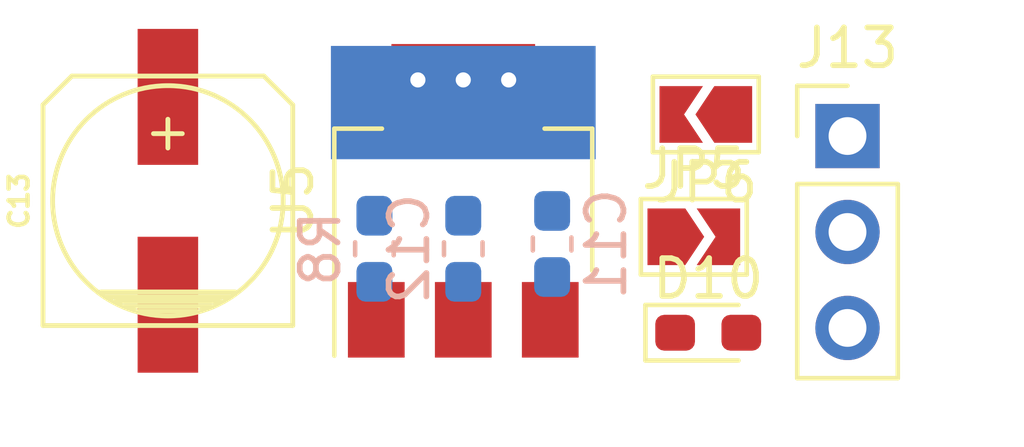
<source format=kicad_pcb>
(kicad_pcb (version 20171130) (host pcbnew 5.1.2-f72e74a~84~ubuntu18.04.1)

  (general
    (thickness 1.6)
    (drawings 0)
    (tracks 0)
    (zones 0)
    (modules 9)
    (nets 6)
  )

  (page A4)
  (layers
    (0 F.Cu signal)
    (31 B.Cu signal)
    (32 B.Adhes user)
    (33 F.Adhes user)
    (34 B.Paste user)
    (35 F.Paste user)
    (36 B.SilkS user)
    (37 F.SilkS user)
    (38 B.Mask user)
    (39 F.Mask user)
    (40 Dwgs.User user)
    (41 Cmts.User user)
    (42 Eco1.User user)
    (43 Eco2.User user)
    (44 Edge.Cuts user)
    (45 Margin user)
    (46 B.CrtYd user)
    (47 F.CrtYd user)
    (48 B.Fab user)
    (49 F.Fab user)
  )

  (setup
    (last_trace_width 0.25)
    (trace_clearance 0.2)
    (zone_clearance 0.508)
    (zone_45_only no)
    (trace_min 0.2)
    (via_size 0.8)
    (via_drill 0.4)
    (via_min_size 0.4)
    (via_min_drill 0.3)
    (uvia_size 0.3)
    (uvia_drill 0.1)
    (uvias_allowed no)
    (uvia_min_size 0.2)
    (uvia_min_drill 0.1)
    (edge_width 0.1)
    (segment_width 0.2)
    (pcb_text_width 0.3)
    (pcb_text_size 1.5 1.5)
    (mod_edge_width 0.15)
    (mod_text_size 1 1)
    (mod_text_width 0.15)
    (pad_size 1.524 1.524)
    (pad_drill 0.762)
    (pad_to_mask_clearance 0)
    (aux_axis_origin 0 0)
    (visible_elements FFFFFF7F)
    (pcbplotparams
      (layerselection 0x010fc_ffffffff)
      (usegerberextensions false)
      (usegerberattributes false)
      (usegerberadvancedattributes false)
      (creategerberjobfile false)
      (excludeedgelayer true)
      (linewidth 0.100000)
      (plotframeref false)
      (viasonmask false)
      (mode 1)
      (useauxorigin false)
      (hpglpennumber 1)
      (hpglpenspeed 20)
      (hpglpendiameter 15.000000)
      (psnegative false)
      (psa4output false)
      (plotreference true)
      (plotvalue true)
      (plotinvisibletext false)
      (padsonsilk false)
      (subtractmaskfromsilk false)
      (outputformat 1)
      (mirror false)
      (drillshape 1)
      (scaleselection 1)
      (outputdirectory ""))
  )

  (net 0 "")
  (net 1 GND)
  (net 2 "Net-(C11-Pad1)")
  (net 3 "Net-(C12-Pad1)")
  (net 4 Vb)
  (net 5 "Net-(D10-Pad1)")

  (net_class Default "This is the default net class."
    (clearance 0.2)
    (trace_width 0.25)
    (via_dia 0.8)
    (via_drill 0.4)
    (uvia_dia 0.3)
    (uvia_drill 0.1)
    (add_net +5V)
    (add_net GND)
    (add_net "Net-(C11-Pad1)")
    (add_net "Net-(C12-Pad1)")
    (add_net "Net-(D10-Pad1)")
    (add_net Vb)
  )

  (module footprint-lib:AMS1117_SOT-223 (layer F.Cu) (tedit 5CD3D584) (tstamp 5CEEA329)
    (at 21.7805 20.955 90)
    (descr "module CMS SOT223 4 pins")
    (tags "CMS SOT")
    (path /5CF53014)
    (attr smd)
    (fp_text reference U5 (at 0 -4.5 90) (layer F.SilkS)
      (effects (font (size 1 1) (thickness 0.15)))
    )
    (fp_text value AMS1117-3.3 (at 0 4.5 90) (layer F.Fab)
      (effects (font (size 1 1) (thickness 0.15)))
    )
    (fp_line (start 1.85 -3.35) (end 1.85 3.35) (layer F.Fab) (width 0.1))
    (fp_line (start -1.85 3.35) (end 1.85 3.35) (layer F.Fab) (width 0.1))
    (fp_line (start -4.1 -3.41) (end 1.91 -3.41) (layer F.SilkS) (width 0.12))
    (fp_line (start -0.85 -3.35) (end 1.85 -3.35) (layer F.Fab) (width 0.1))
    (fp_line (start -1.85 3.41) (end 1.91 3.41) (layer F.SilkS) (width 0.12))
    (fp_line (start -1.85 -2.35) (end -1.85 3.35) (layer F.Fab) (width 0.1))
    (fp_line (start -1.85 -2.35) (end -0.85 -3.35) (layer F.Fab) (width 0.1))
    (fp_line (start -4.4 -3.6) (end -4.4 3.6) (layer F.CrtYd) (width 0.05))
    (fp_line (start -4.4 3.6) (end 4.4 3.6) (layer F.CrtYd) (width 0.05))
    (fp_line (start 4.4 3.6) (end 4.4 -3.6) (layer F.CrtYd) (width 0.05))
    (fp_line (start 4.4 -3.6) (end -4.4 -3.6) (layer F.CrtYd) (width 0.05))
    (fp_line (start 1.91 -3.41) (end 1.91 -2.15) (layer F.SilkS) (width 0.12))
    (fp_line (start 1.91 3.41) (end 1.91 2.15) (layer F.SilkS) (width 0.12))
    (fp_text user %R (at 0 0) (layer F.Fab)
      (effects (font (size 0.8 0.8) (thickness 0.12)))
    )
    (pad 2 thru_hole circle (at 3.2 1.2 90) (size 1 1) (drill 0.4) (layers *.Cu)
      (net 3 "Net-(C12-Pad1)"))
    (pad 2 thru_hole circle (at 3.2 -1.2 90) (size 1 1) (drill 0.4) (layers *.Cu)
      (net 3 "Net-(C12-Pad1)"))
    (pad 4 smd rect (at 2.6 0 90) (size 3 7) (layers B.Cu))
    (pad 2 thru_hole circle (at 3.2 0 90) (size 1 1) (drill 0.4) (layers *.Cu)
      (net 3 "Net-(C12-Pad1)"))
    (pad 1 smd rect (at -3.15 -2.3 90) (size 2 1.5) (layers F.Cu F.Paste F.Mask)
      (net 1 GND))
    (pad 3 smd rect (at -3.15 2.3 90) (size 2 1.5) (layers F.Cu F.Paste F.Mask)
      (net 2 "Net-(C11-Pad1)"))
    (pad 2 smd rect (at -3.15 0 90) (size 2 1.5) (layers F.Cu F.Paste F.Mask)
      (net 3 "Net-(C12-Pad1)"))
    (pad 2 smd rect (at 3.15 0 90) (size 2 3.8) (layers F.Cu F.Paste F.Mask)
      (net 3 "Net-(C12-Pad1)"))
    (model ${KISYS3DMOD}/Package_TO_SOT_SMD.3dshapes/SOT-223.wrl
      (at (xyz 0 0 0))
      (scale (xyz 1 1 1))
      (rotate (xyz 0 0 0))
    )
  )

  (module Resistor_SMD:R_0603_1608Metric_Pad1.05x0.95mm_HandSolder (layer B.Cu) (tedit 5B301BBD) (tstamp 5CEEA313)
    (at 19.431 22.225 270)
    (descr "Resistor SMD 0603 (1608 Metric), square (rectangular) end terminal, IPC_7351 nominal with elongated pad for handsoldering. (Body size source: http://www.tortai-tech.com/upload/download/2011102023233369053.pdf), generated with kicad-footprint-generator")
    (tags "resistor handsolder")
    (path /5CF5301B)
    (attr smd)
    (fp_text reference R8 (at 0 1.43 90) (layer B.SilkS)
      (effects (font (size 1 1) (thickness 0.15)) (justify mirror))
    )
    (fp_text value R102,0603 (at 0 -1.43 90) (layer B.Fab)
      (effects (font (size 1 1) (thickness 0.15)) (justify mirror))
    )
    (fp_text user %R (at 0 0 90) (layer B.Fab)
      (effects (font (size 0.4 0.4) (thickness 0.06)) (justify mirror))
    )
    (fp_line (start 1.65 -0.73) (end -1.65 -0.73) (layer B.CrtYd) (width 0.05))
    (fp_line (start 1.65 0.73) (end 1.65 -0.73) (layer B.CrtYd) (width 0.05))
    (fp_line (start -1.65 0.73) (end 1.65 0.73) (layer B.CrtYd) (width 0.05))
    (fp_line (start -1.65 -0.73) (end -1.65 0.73) (layer B.CrtYd) (width 0.05))
    (fp_line (start -0.171267 -0.51) (end 0.171267 -0.51) (layer B.SilkS) (width 0.12))
    (fp_line (start -0.171267 0.51) (end 0.171267 0.51) (layer B.SilkS) (width 0.12))
    (fp_line (start 0.8 -0.4) (end -0.8 -0.4) (layer B.Fab) (width 0.1))
    (fp_line (start 0.8 0.4) (end 0.8 -0.4) (layer B.Fab) (width 0.1))
    (fp_line (start -0.8 0.4) (end 0.8 0.4) (layer B.Fab) (width 0.1))
    (fp_line (start -0.8 -0.4) (end -0.8 0.4) (layer B.Fab) (width 0.1))
    (pad 2 smd roundrect (at 0.875 0 270) (size 1.05 0.95) (layers B.Cu B.Paste B.Mask) (roundrect_rratio 0.25)
      (net 1 GND))
    (pad 1 smd roundrect (at -0.875 0 270) (size 1.05 0.95) (layers B.Cu B.Paste B.Mask) (roundrect_rratio 0.25)
      (net 5 "Net-(D10-Pad1)"))
    (model ${KISYS3DMOD}/Resistor_SMD.3dshapes/R_0603_1608Metric.wrl
      (at (xyz 0 0 0))
      (scale (xyz 1 1 1))
      (rotate (xyz 0 0 0))
    )
  )

  (module Jumper:SolderJumper-2_P1.3mm_Open_TrianglePad1.0x1.5mm (layer F.Cu) (tedit 5A64794F) (tstamp 5CEEA302)
    (at 28.194 18.669 180)
    (descr "SMD Solder Jumper, 1x1.5mm Triangular Pads, 0.3mm gap, open")
    (tags "solder jumper open")
    (path /5C148F3B)
    (attr virtual)
    (fp_text reference JP6 (at 0 -1.8) (layer F.SilkS)
      (effects (font (size 1 1) (thickness 0.15)))
    )
    (fp_text value PWR_OUT (at 0 1.9) (layer F.Fab)
      (effects (font (size 1 1) (thickness 0.15)))
    )
    (fp_line (start 1.65 1.25) (end -1.65 1.25) (layer F.CrtYd) (width 0.05))
    (fp_line (start 1.65 1.25) (end 1.65 -1.25) (layer F.CrtYd) (width 0.05))
    (fp_line (start -1.65 -1.25) (end -1.65 1.25) (layer F.CrtYd) (width 0.05))
    (fp_line (start -1.65 -1.25) (end 1.65 -1.25) (layer F.CrtYd) (width 0.05))
    (fp_line (start -1.4 -1) (end 1.4 -1) (layer F.SilkS) (width 0.12))
    (fp_line (start 1.4 -1) (end 1.4 1) (layer F.SilkS) (width 0.12))
    (fp_line (start 1.4 1) (end -1.4 1) (layer F.SilkS) (width 0.12))
    (fp_line (start -1.4 1) (end -1.4 -1) (layer F.SilkS) (width 0.12))
    (pad 1 smd custom (at -0.725 0 180) (size 0.3 0.3) (layers F.Cu F.Mask)
      (net 4 Vb) (zone_connect 2)
      (options (clearance outline) (anchor rect))
      (primitives
        (gr_poly (pts
           (xy -0.5 -0.75) (xy 0.5 -0.75) (xy 1 0) (xy 0.5 0.75) (xy -0.5 0.75)
) (width 0))
      ))
    (pad 2 smd custom (at 0.725 0 180) (size 0.3 0.3) (layers F.Cu F.Mask)
      (net 3 "Net-(C12-Pad1)") (zone_connect 2)
      (options (clearance outline) (anchor rect))
      (primitives
        (gr_poly (pts
           (xy -0.65 -0.75) (xy 0.5 -0.75) (xy 0.5 0.75) (xy -0.65 0.75) (xy -0.15 0)
) (width 0))
      ))
  )

  (module Jumper:SolderJumper-2_P1.3mm_Open_TrianglePad1.0x1.5mm (layer F.Cu) (tedit 5A64794F) (tstamp 5CEEA2F4)
    (at 27.8765 21.9075)
    (descr "SMD Solder Jumper, 1x1.5mm Triangular Pads, 0.3mm gap, open")
    (tags "solder jumper open")
    (path /5C148323)
    (attr virtual)
    (fp_text reference JP5 (at 0 -1.8) (layer F.SilkS)
      (effects (font (size 1 1) (thickness 0.15)))
    )
    (fp_text value PWR_SRC (at 0 1.9) (layer F.Fab)
      (effects (font (size 1 1) (thickness 0.15)))
    )
    (fp_line (start 1.65 1.25) (end -1.65 1.25) (layer F.CrtYd) (width 0.05))
    (fp_line (start 1.65 1.25) (end 1.65 -1.25) (layer F.CrtYd) (width 0.05))
    (fp_line (start -1.65 -1.25) (end -1.65 1.25) (layer F.CrtYd) (width 0.05))
    (fp_line (start -1.65 -1.25) (end 1.65 -1.25) (layer F.CrtYd) (width 0.05))
    (fp_line (start -1.4 -1) (end 1.4 -1) (layer F.SilkS) (width 0.12))
    (fp_line (start 1.4 -1) (end 1.4 1) (layer F.SilkS) (width 0.12))
    (fp_line (start 1.4 1) (end -1.4 1) (layer F.SilkS) (width 0.12))
    (fp_line (start -1.4 1) (end -1.4 -1) (layer F.SilkS) (width 0.12))
    (pad 1 smd custom (at -0.725 0) (size 0.3 0.3) (layers F.Cu F.Mask)
      (zone_connect 2)
      (options (clearance outline) (anchor rect))
      (primitives
        (gr_poly (pts
           (xy -0.5 -0.75) (xy 0.5 -0.75) (xy 1 0) (xy 0.5 0.75) (xy -0.5 0.75)
) (width 0))
      ))
    (pad 2 smd custom (at 0.725 0) (size 0.3 0.3) (layers F.Cu F.Mask)
      (net 2 "Net-(C11-Pad1)") (zone_connect 2)
      (options (clearance outline) (anchor rect))
      (primitives
        (gr_poly (pts
           (xy -0.65 -0.75) (xy 0.5 -0.75) (xy 0.5 0.75) (xy -0.65 0.75) (xy -0.15 0)
) (width 0))
      ))
  )

  (module Connector_PinHeader_2.54mm:PinHeader_1x03_P2.54mm_Vertical (layer F.Cu) (tedit 59FED5CC) (tstamp 5CEEA2E6)
    (at 31.9405 19.2405)
    (descr "Through hole straight pin header, 1x03, 2.54mm pitch, single row")
    (tags "Through hole pin header THT 1x03 2.54mm single row")
    (path /5C078669)
    (fp_text reference J13 (at 0 -2.33) (layer F.SilkS)
      (effects (font (size 1 1) (thickness 0.15)))
    )
    (fp_text value Conn_01x03 (at 0 7.41) (layer F.Fab)
      (effects (font (size 1 1) (thickness 0.15)))
    )
    (fp_text user %R (at 0 2.54 90) (layer F.Fab)
      (effects (font (size 1 1) (thickness 0.15)))
    )
    (fp_line (start 1.8 -1.8) (end -1.8 -1.8) (layer F.CrtYd) (width 0.05))
    (fp_line (start 1.8 6.85) (end 1.8 -1.8) (layer F.CrtYd) (width 0.05))
    (fp_line (start -1.8 6.85) (end 1.8 6.85) (layer F.CrtYd) (width 0.05))
    (fp_line (start -1.8 -1.8) (end -1.8 6.85) (layer F.CrtYd) (width 0.05))
    (fp_line (start -1.33 -1.33) (end 0 -1.33) (layer F.SilkS) (width 0.12))
    (fp_line (start -1.33 0) (end -1.33 -1.33) (layer F.SilkS) (width 0.12))
    (fp_line (start -1.33 1.27) (end 1.33 1.27) (layer F.SilkS) (width 0.12))
    (fp_line (start 1.33 1.27) (end 1.33 6.41) (layer F.SilkS) (width 0.12))
    (fp_line (start -1.33 1.27) (end -1.33 6.41) (layer F.SilkS) (width 0.12))
    (fp_line (start -1.33 6.41) (end 1.33 6.41) (layer F.SilkS) (width 0.12))
    (fp_line (start -1.27 -0.635) (end -0.635 -1.27) (layer F.Fab) (width 0.1))
    (fp_line (start -1.27 6.35) (end -1.27 -0.635) (layer F.Fab) (width 0.1))
    (fp_line (start 1.27 6.35) (end -1.27 6.35) (layer F.Fab) (width 0.1))
    (fp_line (start 1.27 -1.27) (end 1.27 6.35) (layer F.Fab) (width 0.1))
    (fp_line (start -0.635 -1.27) (end 1.27 -1.27) (layer F.Fab) (width 0.1))
    (pad 3 thru_hole oval (at 0 5.08) (size 1.7 1.7) (drill 1) (layers *.Cu *.Mask)
      (net 4 Vb))
    (pad 2 thru_hole oval (at 0 2.54) (size 1.7 1.7) (drill 1) (layers *.Cu *.Mask)
      (net 4 Vb))
    (pad 1 thru_hole rect (at 0 0) (size 1.7 1.7) (drill 1) (layers *.Cu *.Mask)
      (net 1 GND))
    (model ${KISYS3DMOD}/Connector_PinHeader_2.54mm.3dshapes/PinHeader_1x03_P2.54mm_Vertical.wrl
      (at (xyz 0 0 0))
      (scale (xyz 1 1 1))
      (rotate (xyz 0 0 0))
    )
  )

  (module LED_SMD:LED_0603_1608Metric_Pad1.05x0.95mm_HandSolder (layer F.Cu) (tedit 5B4B45C9) (tstamp 5CEEA2CF)
    (at 28.2575 24.4475)
    (descr "LED SMD 0603 (1608 Metric), square (rectangular) end terminal, IPC_7351 nominal, (Body size source: http://www.tortai-tech.com/upload/download/2011102023233369053.pdf), generated with kicad-footprint-generator")
    (tags "LED handsolder")
    (path /5CF53025)
    (attr smd)
    (fp_text reference D10 (at 0 -1.43) (layer F.SilkS)
      (effects (font (size 1 1) (thickness 0.15)))
    )
    (fp_text value LED_GREEN,0603 (at 0 1.43) (layer F.Fab)
      (effects (font (size 1 1) (thickness 0.15)))
    )
    (fp_text user %R (at 0 0) (layer F.Fab)
      (effects (font (size 0.4 0.4) (thickness 0.06)))
    )
    (fp_line (start 1.65 0.73) (end -1.65 0.73) (layer F.CrtYd) (width 0.05))
    (fp_line (start 1.65 -0.73) (end 1.65 0.73) (layer F.CrtYd) (width 0.05))
    (fp_line (start -1.65 -0.73) (end 1.65 -0.73) (layer F.CrtYd) (width 0.05))
    (fp_line (start -1.65 0.73) (end -1.65 -0.73) (layer F.CrtYd) (width 0.05))
    (fp_line (start -1.66 0.735) (end 0.8 0.735) (layer F.SilkS) (width 0.12))
    (fp_line (start -1.66 -0.735) (end -1.66 0.735) (layer F.SilkS) (width 0.12))
    (fp_line (start 0.8 -0.735) (end -1.66 -0.735) (layer F.SilkS) (width 0.12))
    (fp_line (start 0.8 0.4) (end 0.8 -0.4) (layer F.Fab) (width 0.1))
    (fp_line (start -0.8 0.4) (end 0.8 0.4) (layer F.Fab) (width 0.1))
    (fp_line (start -0.8 -0.1) (end -0.8 0.4) (layer F.Fab) (width 0.1))
    (fp_line (start -0.5 -0.4) (end -0.8 -0.1) (layer F.Fab) (width 0.1))
    (fp_line (start 0.8 -0.4) (end -0.5 -0.4) (layer F.Fab) (width 0.1))
    (pad 2 smd roundrect (at 0.875 0) (size 1.05 0.95) (layers F.Cu F.Paste F.Mask) (roundrect_rratio 0.25)
      (net 4 Vb))
    (pad 1 smd roundrect (at -0.875 0) (size 1.05 0.95) (layers F.Cu F.Paste F.Mask) (roundrect_rratio 0.25)
      (net 5 "Net-(D10-Pad1)"))
    (model ${KISYS3DMOD}/LED_SMD.3dshapes/LED_0603_1608Metric.wrl
      (at (xyz 0 0 0))
      (scale (xyz 1 1 1))
      (rotate (xyz 0 0 0))
    )
  )

  (module w_smd_cap:c_elec_6.3x7.7 (layer F.Cu) (tedit 0) (tstamp 5CEEA2BC)
    (at 13.97 20.955 90)
    (descr "SMT capacitor, aluminium electrolytic, 6.3x7.7")
    (path /5CF5300E)
    (fp_text reference C13 (at 0 -3.937 90) (layer F.SilkS)
      (effects (font (size 0.50038 0.50038) (thickness 0.11938)))
    )
    (fp_text value CP47uf,50V (at 0 3.81 90) (layer F.SilkS) hide
      (effects (font (size 0.50038 0.50038) (thickness 0.11938)))
    )
    (fp_line (start 1.778 -0.381) (end 1.778 0.381) (layer F.SilkS) (width 0.127))
    (fp_line (start 2.159 0) (end 1.397 0) (layer F.SilkS) (width 0.127))
    (fp_line (start 2.54 -3.302) (end -3.302 -3.302) (layer F.SilkS) (width 0.127))
    (fp_line (start 3.302 -2.54) (end 2.54 -3.302) (layer F.SilkS) (width 0.127))
    (fp_line (start 3.302 2.54) (end 3.302 -2.54) (layer F.SilkS) (width 0.127))
    (fp_line (start 2.54 3.302) (end 3.302 2.54) (layer F.SilkS) (width 0.127))
    (fp_line (start -3.302 3.302) (end 2.54 3.302) (layer F.SilkS) (width 0.127))
    (fp_line (start -3.302 -3.302) (end -3.302 3.302) (layer F.SilkS) (width 0.127))
    (fp_circle (center 0 0) (end -3.048 0) (layer F.SilkS) (width 0.127))
    (fp_line (start -2.413 -1.778) (end -2.413 1.778) (layer F.SilkS) (width 0.127))
    (fp_line (start -2.54 1.651) (end -2.54 -1.651) (layer F.SilkS) (width 0.127))
    (fp_line (start -2.667 -1.397) (end -2.667 1.397) (layer F.SilkS) (width 0.127))
    (fp_line (start -2.794 1.143) (end -2.794 -1.143) (layer F.SilkS) (width 0.127))
    (fp_line (start -2.921 -0.762) (end -2.921 0.762) (layer F.SilkS) (width 0.127))
    (pad 2 smd rect (at -2.75082 0 90) (size 3.59918 1.6002) (layers F.Cu F.Paste F.Mask)
      (net 1 GND))
    (pad 1 smd rect (at 2.75082 0 90) (size 3.59918 1.6002) (layers F.Cu F.Paste F.Mask)
      (net 3 "Net-(C12-Pad1)"))
    (model ${HOME}/_workspace/kicad/kicad_library/smisioto-footprints/modules/packages3d/walter/smd_cap/c_elec_6_3x7_7.wrl
      (at (xyz 0 0 0))
      (scale (xyz 1 1 1))
      (rotate (xyz 0 0 0))
    )
  )

  (module Capacitor_SMD:C_0603_1608Metric_Pad1.05x0.95mm_HandSolder (layer B.Cu) (tedit 5B301BBE) (tstamp 5CEEA2A8)
    (at 21.7805 22.225 270)
    (descr "Capacitor SMD 0603 (1608 Metric), square (rectangular) end terminal, IPC_7351 nominal with elongated pad for handsoldering. (Body size source: http://www.tortai-tech.com/upload/download/2011102023233369053.pdf), generated with kicad-footprint-generator")
    (tags "capacitor handsolder")
    (path /5CF53024)
    (attr smd)
    (fp_text reference C12 (at 0 1.43 270) (layer B.SilkS)
      (effects (font (size 1 1) (thickness 0.15)) (justify mirror))
    )
    (fp_text value C104,0603 (at 0 -1.43 270) (layer B.Fab)
      (effects (font (size 1 1) (thickness 0.15)) (justify mirror))
    )
    (fp_text user %R (at 0 0 270) (layer B.Fab)
      (effects (font (size 0.4 0.4) (thickness 0.06)) (justify mirror))
    )
    (fp_line (start 1.65 -0.73) (end -1.65 -0.73) (layer B.CrtYd) (width 0.05))
    (fp_line (start 1.65 0.73) (end 1.65 -0.73) (layer B.CrtYd) (width 0.05))
    (fp_line (start -1.65 0.73) (end 1.65 0.73) (layer B.CrtYd) (width 0.05))
    (fp_line (start -1.65 -0.73) (end -1.65 0.73) (layer B.CrtYd) (width 0.05))
    (fp_line (start -0.171267 -0.51) (end 0.171267 -0.51) (layer B.SilkS) (width 0.12))
    (fp_line (start -0.171267 0.51) (end 0.171267 0.51) (layer B.SilkS) (width 0.12))
    (fp_line (start 0.8 -0.4) (end -0.8 -0.4) (layer B.Fab) (width 0.1))
    (fp_line (start 0.8 0.4) (end 0.8 -0.4) (layer B.Fab) (width 0.1))
    (fp_line (start -0.8 0.4) (end 0.8 0.4) (layer B.Fab) (width 0.1))
    (fp_line (start -0.8 -0.4) (end -0.8 0.4) (layer B.Fab) (width 0.1))
    (pad 2 smd roundrect (at 0.875 0 270) (size 1.05 0.95) (layers B.Cu B.Paste B.Mask) (roundrect_rratio 0.25)
      (net 1 GND))
    (pad 1 smd roundrect (at -0.875 0 270) (size 1.05 0.95) (layers B.Cu B.Paste B.Mask) (roundrect_rratio 0.25)
      (net 3 "Net-(C12-Pad1)"))
    (model ${KISYS3DMOD}/Capacitor_SMD.3dshapes/C_0603_1608Metric.wrl
      (at (xyz 0 0 0))
      (scale (xyz 1 1 1))
      (rotate (xyz 0 0 0))
    )
  )

  (module Capacitor_SMD:C_0603_1608Metric_Pad1.05x0.95mm_HandSolder (layer B.Cu) (tedit 5B301BBE) (tstamp 5CEEA297)
    (at 24.13 22.098 90)
    (descr "Capacitor SMD 0603 (1608 Metric), square (rectangular) end terminal, IPC_7351 nominal with elongated pad for handsoldering. (Body size source: http://www.tortai-tech.com/upload/download/2011102023233369053.pdf), generated with kicad-footprint-generator")
    (tags "capacitor handsolder")
    (path /5CF53016)
    (attr smd)
    (fp_text reference C11 (at 0 1.43 270) (layer B.SilkS)
      (effects (font (size 1 1) (thickness 0.15)) (justify mirror))
    )
    (fp_text value C104,0603 (at 0 -1.43 270) (layer B.Fab)
      (effects (font (size 1 1) (thickness 0.15)) (justify mirror))
    )
    (fp_text user %R (at 0 0 270) (layer B.Fab)
      (effects (font (size 0.4 0.4) (thickness 0.06)) (justify mirror))
    )
    (fp_line (start 1.65 -0.73) (end -1.65 -0.73) (layer B.CrtYd) (width 0.05))
    (fp_line (start 1.65 0.73) (end 1.65 -0.73) (layer B.CrtYd) (width 0.05))
    (fp_line (start -1.65 0.73) (end 1.65 0.73) (layer B.CrtYd) (width 0.05))
    (fp_line (start -1.65 -0.73) (end -1.65 0.73) (layer B.CrtYd) (width 0.05))
    (fp_line (start -0.171267 -0.51) (end 0.171267 -0.51) (layer B.SilkS) (width 0.12))
    (fp_line (start -0.171267 0.51) (end 0.171267 0.51) (layer B.SilkS) (width 0.12))
    (fp_line (start 0.8 -0.4) (end -0.8 -0.4) (layer B.Fab) (width 0.1))
    (fp_line (start 0.8 0.4) (end 0.8 -0.4) (layer B.Fab) (width 0.1))
    (fp_line (start -0.8 0.4) (end 0.8 0.4) (layer B.Fab) (width 0.1))
    (fp_line (start -0.8 -0.4) (end -0.8 0.4) (layer B.Fab) (width 0.1))
    (pad 2 smd roundrect (at 0.875 0 90) (size 1.05 0.95) (layers B.Cu B.Paste B.Mask) (roundrect_rratio 0.25)
      (net 1 GND))
    (pad 1 smd roundrect (at -0.875 0 90) (size 1.05 0.95) (layers B.Cu B.Paste B.Mask) (roundrect_rratio 0.25)
      (net 2 "Net-(C11-Pad1)"))
    (model ${KISYS3DMOD}/Capacitor_SMD.3dshapes/C_0603_1608Metric.wrl
      (at (xyz 0 0 0))
      (scale (xyz 1 1 1))
      (rotate (xyz 0 0 0))
    )
  )

)

</source>
